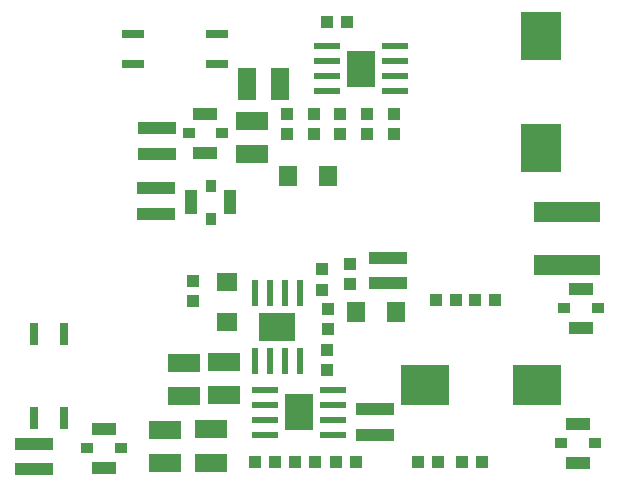
<source format=gtp>
G75*
%MOIN*%
%OFA0B0*%
%FSLAX25Y25*%
%IPPOS*%
%LPD*%
%AMOC8*
5,1,8,0,0,1.08239X$1,22.5*
%
%ADD10R,0.10630X0.06299*%
%ADD11R,0.03937X0.04331*%
%ADD12R,0.04331X0.03937*%
%ADD13R,0.01969X0.08661*%
%ADD14R,0.12205X0.09449*%
%ADD15R,0.06600X0.06000*%
%ADD16R,0.08661X0.01969*%
%ADD17R,0.09449X0.12205*%
%ADD18R,0.06000X0.06600*%
%ADD19R,0.16142X0.13780*%
%ADD20R,0.22441X0.06693*%
%ADD21R,0.06299X0.10630*%
%ADD22R,0.13780X0.16142*%
%ADD23R,0.03000X0.07700*%
%ADD24R,0.12598X0.03937*%
%ADD25R,0.07700X0.03000*%
%ADD26R,0.08000X0.03900*%
%ADD27R,0.04000X0.03500*%
%ADD28R,0.03900X0.08000*%
%ADD29R,0.03500X0.04000*%
D10*
X0061750Y0030488D03*
X0061750Y0041512D03*
X0068250Y0052988D03*
X0081500Y0053238D03*
X0081500Y0064262D03*
X0068250Y0064012D03*
X0077000Y0041762D03*
X0077000Y0030738D03*
X0090750Y0133488D03*
X0090750Y0144512D03*
D11*
X0102500Y0146846D03*
X0102500Y0140154D03*
X0120250Y0140154D03*
X0120250Y0146846D03*
X0071250Y0091346D03*
X0071250Y0084654D03*
X0115750Y0068346D03*
X0115750Y0061654D03*
X0118654Y0031000D03*
X0125346Y0031000D03*
X0111846Y0030800D03*
X0105154Y0030800D03*
X0098596Y0031000D03*
X0091904Y0031000D03*
D12*
X0116250Y0075154D03*
X0116250Y0081846D03*
X0114000Y0088404D03*
X0114000Y0095096D03*
X0123500Y0096846D03*
X0123500Y0090154D03*
X0152154Y0085000D03*
X0158846Y0085000D03*
X0165154Y0085000D03*
X0171846Y0085000D03*
X0167346Y0031000D03*
X0160654Y0031000D03*
X0152846Y0031000D03*
X0146154Y0031000D03*
X0138000Y0140154D03*
X0138000Y0146846D03*
X0129000Y0146846D03*
X0129000Y0140154D03*
X0111500Y0140154D03*
X0111500Y0146846D03*
X0115904Y0177500D03*
X0122596Y0177500D03*
D13*
X0106809Y0087319D03*
X0101809Y0087319D03*
X0096691Y0087319D03*
X0091691Y0087319D03*
X0091691Y0064681D03*
X0096691Y0064681D03*
X0101809Y0064681D03*
X0106809Y0064681D03*
D14*
X0099250Y0076000D03*
D15*
X0082500Y0077550D03*
X0082500Y0090950D03*
D16*
X0095181Y0055059D03*
X0095181Y0050059D03*
X0095181Y0044941D03*
X0095181Y0039941D03*
X0117819Y0039941D03*
X0117819Y0044941D03*
X0117819Y0050059D03*
X0117819Y0055059D03*
X0115681Y0154441D03*
X0115681Y0159441D03*
X0115681Y0164559D03*
X0115681Y0169559D03*
X0138319Y0169559D03*
X0138319Y0164559D03*
X0138319Y0159441D03*
X0138319Y0154441D03*
D17*
X0127000Y0162000D03*
X0106500Y0047500D03*
D18*
X0125550Y0081000D03*
X0138950Y0081000D03*
X0116200Y0126250D03*
X0102800Y0126250D03*
D19*
X0148299Y0056750D03*
X0185701Y0056750D03*
D20*
X0195750Y0096642D03*
X0195750Y0114358D03*
D21*
X0100012Y0157000D03*
X0088988Y0157000D03*
D22*
X0187000Y0172951D03*
X0187000Y0135549D03*
D23*
X0028000Y0073750D03*
X0018000Y0073750D03*
X0018000Y0045750D03*
X0028000Y0045750D03*
D24*
X0018000Y0028419D03*
X0018000Y0037081D03*
X0058750Y0113669D03*
X0058750Y0122331D03*
X0059250Y0133669D03*
X0059250Y0142331D03*
X0136000Y0099081D03*
X0136000Y0090419D03*
X0131750Y0048581D03*
X0131750Y0039919D03*
D25*
X0079250Y0163750D03*
X0079250Y0173750D03*
X0051250Y0173750D03*
X0051250Y0163750D03*
D26*
X0075250Y0147000D03*
X0075250Y0134000D03*
X0041500Y0042000D03*
X0041500Y0029000D03*
X0199500Y0030750D03*
X0199500Y0043750D03*
X0200500Y0075750D03*
X0200500Y0088750D03*
D27*
X0194950Y0082250D03*
X0206050Y0082250D03*
X0205050Y0037250D03*
X0193950Y0037250D03*
X0080800Y0140500D03*
X0069700Y0140500D03*
X0047050Y0035500D03*
X0035950Y0035500D03*
D28*
X0070500Y0117500D03*
X0083500Y0117500D03*
D29*
X0077000Y0123050D03*
X0077000Y0111950D03*
M02*

</source>
